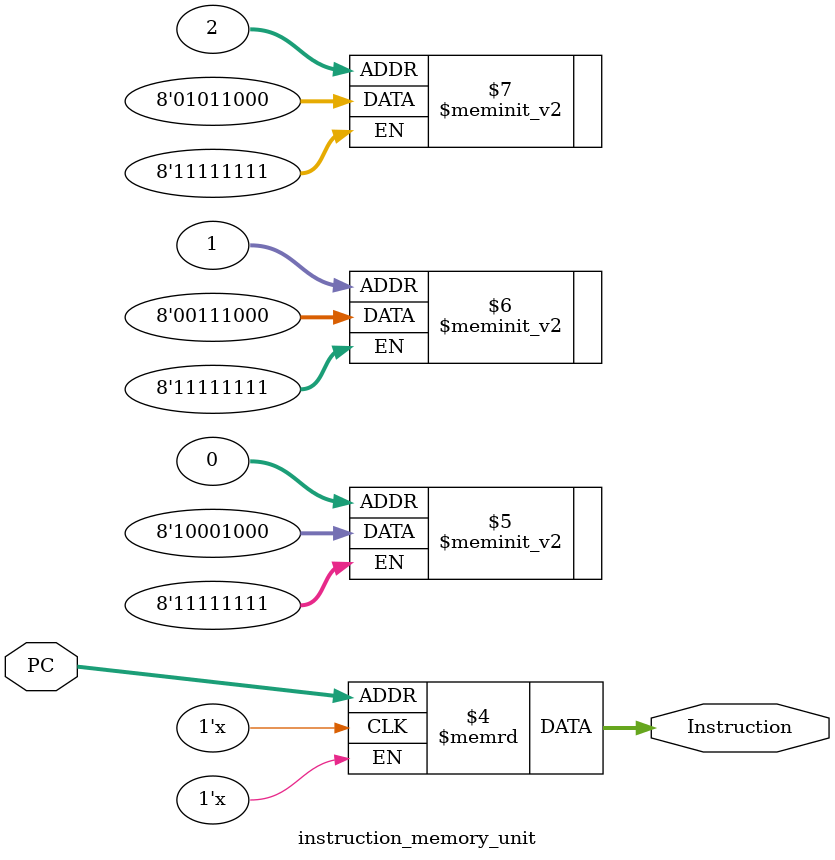
<source format=v>
`timescale 1ns / 1ps


module instruction_memory_unit(
    // Input is PC.
    input[7:0] PC,
    
    // Output is next instruction to be executed pointed by PC.
    output[7:0] Instruction
);
// Create 8 bit registers arrays to hold the instructions.
// Since we have only 3 instructions, we have 3 items in InstructionMemory
reg [7:0] InstructionMemory[2:0];
initial
begin
    InstructionMemory[0] <= 8'b10001000; // sw $s0, 0($s1) --> $s1 = 5
    InstructionMemory[1] <= 8'b00111000; // lw $s1, 0($s1) --> $s1 = 5
    InstructionMemory[2] <= 8'b01011000; // add $s1, $s1, $s1 --> $s1 = 10
end
 
// Sending out the next instruction pointed by PC.
assign Instruction =  InstructionMemory[PC]; 

endmodule


</source>
